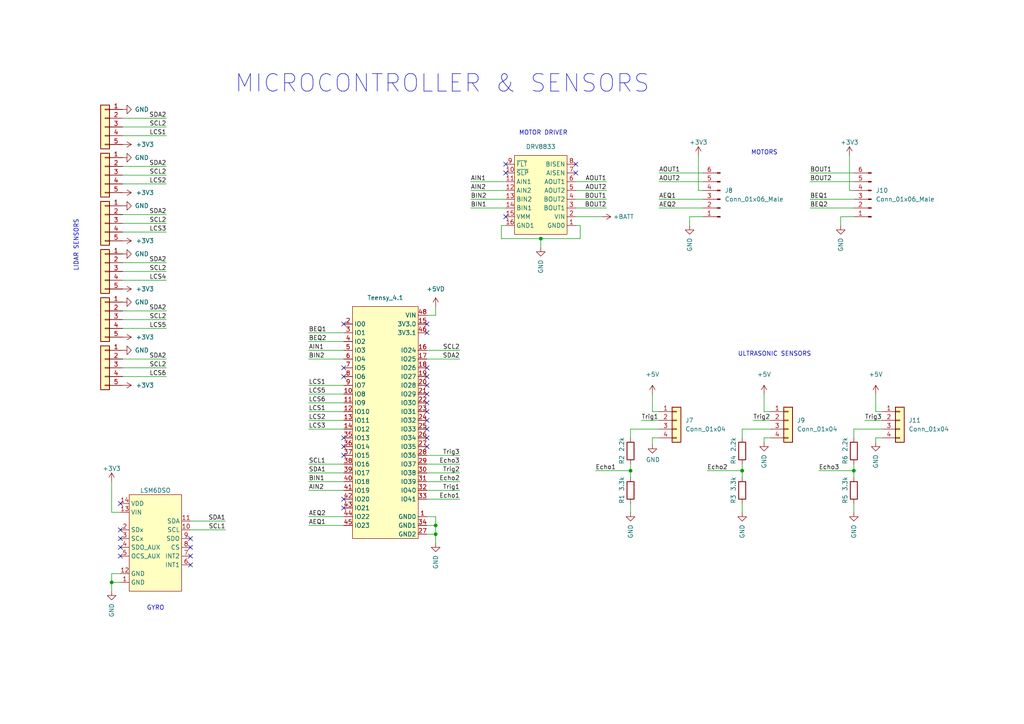
<source format=kicad_sch>
(kicad_sch (version 20211123) (generator eeschema)
  (paper "A4")
  (lib_symbols
    (symbol "Connector:Conn_01x06_Male" (pin_names (offset 1.016) hide)
      (property "Reference" "J" (at 0 7.62 0))
      (property "Value" "Conn_01x06_Male" (at 0 -10.16 0))
      (symbol "Conn_01x06_Male_1_1"
        (polyline (pts (xy 1.27 -7.62) (xy 0.8636 -7.62)) (stroke (width 0.1524)))
        (polyline (pts (xy 1.27 -5.08) (xy 0.8636 -5.08)) (stroke (width 0.1524)))
        (polyline (pts (xy 1.27 -2.54) (xy 0.8636 -2.54)) (stroke (width 0.1524)))
        (polyline (pts (xy 1.27 0) (xy 0.8636 0)) (stroke (width 0.1524)))
        (polyline (pts (xy 1.27 2.54) (xy 0.8636 2.54)) (stroke (width 0.1524)))
        (polyline (pts (xy 1.27 5.08) (xy 0.8636 5.08)) (stroke (width 0.1524)))
        (rectangle (start 0.8636 -7.493) (end 0 -7.747) (stroke (width 0.1524)) (fill (type outline)))
        (rectangle (start 0.8636 -4.953) (end 0 -5.207) (stroke (width 0.1524)) (fill (type outline)))
        (rectangle (start 0.8636 -2.413) (end 0 -2.667) (stroke (width 0.1524)) (fill (type outline)))
        (rectangle (start 0.8636 0.127) (end 0 -0.127) (stroke (width 0.1524)) (fill (type outline)))
        (rectangle (start 0.8636 2.667) (end 0 2.413) (stroke (width 0.1524)) (fill (type outline)))
        (rectangle (start 0.8636 5.207) (end 0 4.953) (stroke (width 0.1524)) (fill (type outline)))
        (pin passive line (at 5.08 5.08 180) (length 3.81) (name "Pin_1") (number "1"))
        (pin passive line (at 5.08 2.54 180) (length 3.81) (name "Pin_2") (number "2"))
        (pin passive line (at 5.08 0 180) (length 3.81) (name "Pin_3") (number "3"))
        (pin passive line (at 5.08 -2.54 180) (length 3.81) (name "Pin_4") (number "4"))
        (pin passive line (at 5.08 -5.08 180) (length 3.81) (name "Pin_5") (number "5"))
        (pin passive line (at 5.08 -7.62 180) (length 3.81) (name "Pin_6") (number "6"))
      )
    )
    (symbol "Connector_Generic:Conn_01x04" (pin_names (offset 1.016) hide)
      (property "Reference" "J" (at 0 5.08 0))
      (property "Value" "Conn_01x04" (at 0 -7.62 0))
      (symbol "Conn_01x04_1_1"
        (rectangle (start -1.27 -4.953) (end 0 -5.207) (stroke (width 0.1524)))
        (rectangle (start -1.27 -2.413) (end 0 -2.667) (stroke (width 0.1524)))
        (rectangle (start -1.27 0.127) (end 0 -0.127) (stroke (width 0.1524)))
        (rectangle (start -1.27 2.667) (end 0 2.413) (stroke (width 0.1524)))
        (rectangle (start -1.27 3.81) (end 1.27 -6.35) (stroke (width 0.254)) (fill (type background)))
        (pin passive line (at -5.08 2.54 0) (length 3.81) (name "Pin_1") (number "1"))
        (pin passive line (at -5.08 0 0) (length 3.81) (name "Pin_2") (number "2"))
        (pin passive line (at -5.08 -2.54 0) (length 3.81) (name "Pin_3") (number "3"))
        (pin passive line (at -5.08 -5.08 0) (length 3.81) (name "Pin_4") (number "4"))
      )
    )
    (symbol "Connector_Generic:Conn_01x05" (pin_names (offset 1.016) hide)
      (property "Reference" "J" (at 0 7.62 0))
      (property "Value" "Conn_01x05" (at 0 -7.62 0))
      (symbol "Conn_01x05_1_1"
        (rectangle (start -1.27 -4.953) (end 0 -5.207) (stroke (width 0.1524)))
        (rectangle (start -1.27 -2.413) (end 0 -2.667) (stroke (width 0.1524)))
        (rectangle (start -1.27 0.127) (end 0 -0.127) (stroke (width 0.1524)))
        (rectangle (start -1.27 2.667) (end 0 2.413) (stroke (width 0.1524)))
        (rectangle (start -1.27 5.207) (end 0 4.953) (stroke (width 0.1524)))
        (rectangle (start -1.27 6.35) (end 1.27 -6.35) (stroke (width 0.254)) (fill (type background)))
        (pin passive line (at -5.08 5.08 0) (length 3.81) (name "Pin_1") (number "1"))
        (pin passive line (at -5.08 2.54 0) (length 3.81) (name "Pin_2") (number "2"))
        (pin passive line (at -5.08 0 0) (length 3.81) (name "Pin_3") (number "3"))
        (pin passive line (at -5.08 -2.54 0) (length 3.81) (name "Pin_4") (number "4"))
        (pin passive line (at -5.08 -5.08 0) (length 3.81) (name "Pin_5") (number "5"))
      )
    )
    (symbol "Device:R" (pin_numbers hide) (pin_names (offset 0))
      (property "Reference" "R" (at 2.032 0 90))
      (property "Value" "R" (at 0 0 90))
      (symbol "R_0_1"
        (rectangle (start -1.016 -2.54) (end 1.016 2.54) (stroke (width 0.254)))
      )
      (symbol "R_1_1"
        (pin passive line (at 0 3.81 270) (length 1.27) (name "~") (number "1"))
        (pin passive line (at 0 -3.81 90) (length 1.27) (name "~") (number "2"))
      )
    )
    (symbol "power:+3V3" (power) (pin_names (offset 0))
      (property "Value" "+3V3" (at 0 3.556 0))
      (symbol "+3V3_0_1"
        (polyline (pts (xy -0.762 1.27) (xy 0 2.54)))
        (polyline (pts (xy 0 0) (xy 0 2.54)))
        (polyline (pts (xy 0 2.54) (xy 0.762 1.27)))
      )
      (symbol "+3V3_1_1"
        (pin power_in line (at 0 0 90) (length 0) hide (name "+3V3") (number "1"))
      )
    )
    (symbol "power:+5V" (power) (pin_names (offset 0))
      (property "Value" "+5V" (at 0 3.556 0))
      (symbol "+5V_0_1"
        (polyline (pts (xy -0.762 1.27) (xy 0 2.54)))
        (polyline (pts (xy 0 0) (xy 0 2.54)))
        (polyline (pts (xy 0 2.54) (xy 0.762 1.27)))
      )
      (symbol "+5V_1_1"
        (pin power_in line (at 0 0 90) (length 0) hide (name "+5V") (number "1"))
      )
    )
    (symbol "power:+5VD" (power) (pin_names (offset 0))
      (property "Value" "+5VD" (at 0 3.556 0))
      (symbol "+5VD_0_1"
        (polyline (pts (xy -0.762 1.27) (xy 0 2.54)))
        (polyline (pts (xy 0 0) (xy 0 2.54)))
        (polyline (pts (xy 0 2.54) (xy 0.762 1.27)))
      )
      (symbol "+5VD_1_1"
        (pin power_in line (at 0 0 90) (length 0) hide (name "+5VD") (number "1"))
      )
    )
    (symbol "power:+BATT" (power) (pin_names (offset 0))
      (property "Value" "+BATT" (at 0 3.556 0))
      (symbol "+BATT_0_1"
        (polyline (pts (xy -0.762 1.27) (xy 0 2.54)))
        (polyline (pts (xy 0 0) (xy 0 2.54)))
        (polyline (pts (xy 0 2.54) (xy 0.762 1.27)))
      )
      (symbol "+BATT_1_1"
        (pin power_in line (at 0 0 90) (length 0) hide (name "+BATT") (number "1"))
      )
    )
    (symbol "power:GND" (power) (pin_names (offset 0))
      (property "Value" "GND" (at 0 -3.81 0))
      (symbol "GND_0_1"
        (polyline (pts (xy 0 0) (xy 0 -1.27) (xy 1.27 -1.27) (xy 0 -2.54) (xy -1.27 -1.27) (xy 0 -1.27)))
      )
      (symbol "GND_1_1"
        (pin power_in line (at 0 0 270) (length 0) hide (name "GND") (number "1"))
      )
    )
    (symbol "sym_library:DRV8833"
      (property "Reference" "U?" (at 0 10.16 0))
      (property "Value" "DRV8833" (at 0 7.62 0))
      (symbol "DRV8833_0_1"
        (rectangle (start -7.62 6.35) (end 7.62 -16.51) (fill (type background)))
      )
      (symbol "DRV8833_1_1"
        (pin power_in line (at -10.16 3.81 0) (length 2.54) (name "GND0") (number "1"))
        (pin input line (at 10.16 -11.43 180) (length 2.54) (name "~{SLP}") (number "10"))
        (pin input line (at 10.16 -8.89 180) (length 2.54) (name "AIN1") (number "11"))
        (pin input line (at 10.16 -6.35 180) (length 2.54) (name "AIN2") (number "12"))
        (pin input line (at 10.16 -3.81 180) (length 2.54) (name "BIN2") (number "13"))
        (pin input line (at 10.16 -1.27 180) (length 2.54) (name "BIN1") (number "14"))
        (pin power_in line (at 10.16 1.27 180) (length 2.54) (name "VMM") (number "15"))
        (pin power_in line (at 10.16 3.81 180) (length 2.54) (name "GND1") (number "16"))
        (pin power_in line (at -10.16 1.27 0) (length 2.54) (name "VIN") (number "2"))
        (pin output line (at -10.16 -1.27 0) (length 2.54) (name "BOUT1") (number "3"))
        (pin output line (at -10.16 -3.81 0) (length 2.54) (name "BOUT2") (number "4"))
        (pin output line (at -10.16 -6.35 0) (length 2.54) (name "AOUT2") (number "5"))
        (pin output line (at -10.16 -8.89 0) (length 2.54) (name "AOUT1") (number "6"))
        (pin passive line (at -10.16 -11.43 0) (length 2.54) (name "AISEN") (number "7"))
        (pin passive line (at -10.16 -13.97 0) (length 2.54) (name "BISEN") (number "8"))
        (pin input line (at 10.16 -13.97 180) (length 2.54) (name "~{FLT}") (number "9"))
      )
    )
    (symbol "sym_library:LSM6DSO"
      (property "Reference" "U?" (at 0 12.7 0))
      (property "Value" "LSM6DSO" (at 0 10.16 0))
      (symbol "LSM6DSO_0_1"
        (rectangle (start -7.62 8.89) (end 7.62 -19.05) (fill (type background)))
      )
      (symbol "LSM6DSO_1_1"
        (pin power_in line (at -10.16 -16.51 0) (length 2.54) (name "GND") (number "1"))
        (pin open_collector line (at 10.16 -1.27 180) (length 2.54) (name "SCL") (number "10"))
        (pin open_collector line (at 10.16 1.27 180) (length 2.54) (name "SDA") (number "11"))
        (pin power_in line (at -10.16 -13.97 0) (length 2.54) (name "GND") (number "12"))
        (pin power_in line (at -10.16 3.81 0) (length 2.54) (name "VIN") (number "13"))
        (pin power_out line (at -10.16 6.35 0) (length 2.54) (name "VDD") (number "14"))
        (pin bidirectional line (at -10.16 -1.27 0) (length 2.54) (name "SDx") (number "2"))
        (pin bidirectional line (at -10.16 -3.81 0) (length 2.54) (name "SCx") (number "3"))
        (pin output line (at -10.16 -6.35 0) (length 2.54) (name "SDO_AUX") (number "4"))
        (pin input line (at -10.16 -8.89 0) (length 2.54) (name "OCS_AUX") (number "5"))
        (pin output line (at 10.16 -11.43 180) (length 2.54) (name "INT1") (number "6"))
        (pin bidirectional line (at 10.16 -8.89 180) (length 2.54) (name "INT2") (number "7"))
        (pin input line (at 10.16 -6.35 180) (length 2.54) (name "CS") (number "8"))
        (pin input line (at 10.16 -3.81 180) (length 2.54) (name "SDO") (number "9"))
      )
    )
    (symbol "sym_library:Teensy_4.1"
      (property "Reference" "U?" (at 21.59 29.21 0))
      (property "Value" "Teensy_4.1" (at 21.59 26.67 0))
      (symbol "Teensy_4.1_0_1"
        (rectangle (start 12.7 25.4) (end 31.75 -41.91) (fill (type background)))
      )
      (symbol "Teensy_4.1_1_1"
        (pin power_in line (at 34.29 -35.56 180) (length 2.54) (name "GND0") (number "1"))
        (pin bidirectional line (at 10.16 0 0) (length 2.54) (name "IO8") (number "10"))
        (pin bidirectional line (at 10.16 -2.54 0) (length 2.54) (name "IO9") (number "11"))
        (pin bidirectional line (at 10.16 -5.08 0) (length 2.54) (name "IO10") (number "12"))
        (pin bidirectional line (at 10.16 -7.62 0) (length 2.54) (name "IO11") (number "13"))
        (pin bidirectional line (at 10.16 -10.16 0) (length 2.54) (name "IO12") (number "14"))
        (pin power_in line (at 34.29 20.32 180) (length 2.54) (name "3V3.0") (number "15"))
        (pin bidirectional line (at 34.29 12.7 180) (length 2.54) (name "IO24") (number "16"))
        (pin bidirectional line (at 34.29 10.16 180) (length 2.54) (name "IO25") (number "17"))
        (pin bidirectional line (at 34.29 7.62 180) (length 2.54) (name "IO26") (number "18"))
        (pin bidirectional line (at 34.29 5.08 180) (length 2.54) (name "IO27") (number "19"))
        (pin bidirectional line (at 10.16 20.32 0) (length 2.54) (name "IO0") (number "2"))
        (pin bidirectional line (at 34.29 2.54 180) (length 2.54) (name "IO28") (number "20"))
        (pin bidirectional line (at 34.29 0 180) (length 2.54) (name "IO29") (number "21"))
        (pin bidirectional line (at 34.29 -2.54 180) (length 2.54) (name "IO30") (number "22"))
        (pin bidirectional line (at 34.29 -5.08 180) (length 2.54) (name "IO31") (number "23"))
        (pin bidirectional line (at 34.29 -7.62 180) (length 2.54) (name "IO32") (number "24"))
        (pin bidirectional line (at 34.29 -10.16 180) (length 2.54) (name "IO33") (number "25"))
        (pin bidirectional line (at 34.29 -12.7 180) (length 2.54) (name "IO34") (number "26"))
        (pin power_in line (at 34.29 -40.64 180) (length 2.54) (name "GND2") (number "27"))
        (pin bidirectional line (at 34.29 -15.24 180) (length 2.54) (name "IO35") (number "27"))
        (pin bidirectional line (at 34.29 -17.78 180) (length 2.54) (name "IO36") (number "28"))
        (pin bidirectional line (at 34.29 -20.32 180) (length 2.54) (name "IO37") (number "29"))
        (pin bidirectional line (at 10.16 17.78 0) (length 2.54) (name "IO1") (number "3"))
        (pin bidirectional line (at 34.29 -22.86 180) (length 2.54) (name "IO38") (number "30"))
        (pin bidirectional line (at 34.29 -25.4 180) (length 2.54) (name "IO39") (number "31"))
        (pin bidirectional line (at 34.29 -27.94 180) (length 2.54) (name "IO40") (number "32"))
        (pin bidirectional line (at 34.29 -30.48 180) (length 2.54) (name "IO41") (number "33"))
        (pin power_in line (at 34.29 -38.1 180) (length 2.54) (name "GND1") (number "34"))
        (pin bidirectional line (at 10.16 -12.7 0) (length 2.54) (name "IO13") (number "35"))
        (pin bidirectional line (at 10.16 -15.24 0) (length 2.54) (name "IO14") (number "36"))
        (pin bidirectional line (at 10.16 -17.78 0) (length 2.54) (name "IO15") (number "37"))
        (pin bidirectional line (at 10.16 -20.32 0) (length 2.54) (name "IO16") (number "38"))
        (pin bidirectional line (at 10.16 -22.86 0) (length 2.54) (name "IO17") (number "39"))
        (pin bidirectional line (at 10.16 15.24 0) (length 2.54) (name "IO2") (number "4"))
        (pin bidirectional line (at 10.16 -25.4 0) (length 2.54) (name "IO18") (number "40"))
        (pin bidirectional line (at 10.16 -27.94 0) (length 2.54) (name "IO19") (number "41"))
        (pin bidirectional line (at 10.16 -30.48 0) (length 2.54) (name "IO20") (number "42"))
        (pin bidirectional line (at 10.16 -33.02 0) (length 2.54) (name "IO21") (number "43"))
        (pin bidirectional line (at 10.16 -35.56 0) (length 2.54) (name "IO22") (number "44"))
        (pin bidirectional line (at 10.16 -38.1 0) (length 2.54) (name "IO23") (number "45"))
        (pin power_in line (at 34.29 17.78 180) (length 2.54) (name "3V3.1") (number "46"))
        (pin power_in line (at 34.29 22.86 180) (length 2.54) (name "VIN") (number "48"))
        (pin bidirectional line (at 10.16 12.7 0) (length 2.54) (name "IO3") (number "5"))
        (pin bidirectional line (at 10.16 10.16 0) (length 2.54) (name "IO4") (number "6"))
        (pin bidirectional line (at 10.16 7.62 0) (length 2.54) (name "IO5") (number "7"))
        (pin bidirectional line (at 10.16 5.08 0) (length 2.54) (name "IO6") (number "8"))
        (pin bidirectional line (at 10.16 2.54 0) (length 2.54) (name "IO7") (number "9"))
      )
    )
  )
  (junction (at 215.265 136.525))
  (junction (at 182.88 136.525))
  (junction (at 32.385 168.91))
  (junction (at 247.65 136.525))
  (junction (at 156.845 69.215))
  (junction (at 126.365 154.94))
  (junction (at 126.365 152.4))
  (no_connect (at 34.925 153.67))
  (no_connect (at 55.245 163.83))
  (no_connect (at 123.825 124.46))
  (no_connect (at 34.925 158.75))
  (no_connect (at 34.925 146.05))
  (no_connect (at 99.695 147.32))
  (no_connect (at 99.695 144.78))
  (no_connect (at 55.245 161.29))
  (no_connect (at 55.245 156.21))
  (no_connect (at 123.825 96.52))
  (no_connect (at 99.695 132.08))
  (no_connect (at 146.685 50.165))
  (no_connect (at 123.825 127))
  (no_connect (at 99.695 93.98))
  (no_connect (at 123.825 109.22))
  (no_connect (at 123.825 106.68))
  (no_connect (at 123.825 119.38))
  (no_connect (at 123.825 114.3))
  (no_connect (at 123.825 116.84))
  (no_connect (at 123.825 111.76))
  (no_connect (at 99.695 106.68))
  (no_connect (at 34.925 161.29))
  (no_connect (at 167.005 47.625))
  (no_connect (at 146.685 62.865))
  (no_connect (at 123.825 129.54))
  (no_connect (at 55.245 158.75))
  (no_connect (at 123.825 121.92))
  (no_connect (at 167.005 50.165))
  (no_connect (at 99.695 129.54))
  (no_connect (at 99.695 127))
  (no_connect (at 34.925 156.21))
  (no_connect (at 146.685 47.625))
  (no_connect (at 99.695 109.22))
  (no_connect (at 123.825 93.98))
  (wire (pts (xy 35.56 39.37) (xy 48.26 39.37)))
  (wire (pts (xy 250.825 121.92) (xy 255.905 121.92)))
  (wire (pts (xy 254 127) (xy 254 128.27)))
  (wire (pts (xy 221.615 114.3) (xy 221.615 119.38)))
  (wire (pts (xy 167.005 60.325) (xy 175.895 60.325)))
  (wire (pts (xy 156.845 69.215) (xy 168.275 69.215)))
  (wire (pts (xy 126.365 91.44) (xy 126.365 88.9)))
  (wire (pts (xy 243.84 62.865) (xy 243.84 65.405)))
  (wire (pts (xy 35.56 78.74) (xy 48.26 78.74)))
  (wire (pts (xy 191.135 52.705) (xy 203.835 52.705)))
  (wire (pts (xy 167.005 57.785) (xy 175.895 57.785)))
  (wire (pts (xy 247.65 62.865) (xy 243.84 62.865)))
  (wire (pts (xy 145.415 69.215) (xy 156.845 69.215)))
  (wire (pts (xy 99.695 124.46) (xy 89.535 124.46)))
  (wire (pts (xy 234.95 50.165) (xy 247.65 50.165)))
  (wire (pts (xy 99.695 119.38) (xy 89.535 119.38)))
  (wire (pts (xy 99.695 96.52) (xy 89.535 96.52)))
  (wire (pts (xy 168.275 65.405) (xy 167.005 65.405)))
  (wire (pts (xy 146.685 52.705) (xy 136.525 52.705)))
  (wire (pts (xy 32.385 168.91) (xy 32.385 171.45)))
  (wire (pts (xy 167.005 62.865) (xy 174.625 62.865)))
  (wire (pts (xy 35.56 50.8) (xy 48.26 50.8)))
  (wire (pts (xy 123.825 134.62) (xy 133.35 134.62)))
  (wire (pts (xy 35.56 67.31) (xy 48.26 67.31)))
  (wire (pts (xy 89.535 99.06) (xy 99.695 99.06)))
  (wire (pts (xy 215.265 134.62) (xy 215.265 136.525)))
  (wire (pts (xy 99.695 116.84) (xy 89.535 116.84)))
  (wire (pts (xy 234.95 57.785) (xy 247.65 57.785)))
  (wire (pts (xy 35.56 106.68) (xy 48.26 106.68)))
  (wire (pts (xy 126.365 154.94) (xy 126.365 157.48)))
  (wire (pts (xy 247.65 146.05) (xy 247.65 148.59)))
  (wire (pts (xy 254 114.3) (xy 254 119.38)))
  (wire (pts (xy 65.405 153.67) (xy 55.245 153.67)))
  (wire (pts (xy 215.265 146.05) (xy 215.265 148.59)))
  (wire (pts (xy 182.88 124.46) (xy 191.135 124.46)))
  (wire (pts (xy 35.56 76.2) (xy 48.26 76.2)))
  (wire (pts (xy 99.695 101.6) (xy 89.535 101.6)))
  (wire (pts (xy 168.275 65.405) (xy 168.275 69.215)))
  (wire (pts (xy 123.825 104.14) (xy 133.35 104.14)))
  (wire (pts (xy 89.535 137.16) (xy 99.695 137.16)))
  (wire (pts (xy 99.695 152.4) (xy 89.535 152.4)))
  (wire (pts (xy 189.23 128.905) (xy 189.23 127)))
  (wire (pts (xy 99.695 142.24) (xy 89.535 142.24)))
  (wire (pts (xy 123.825 101.6) (xy 133.35 101.6)))
  (wire (pts (xy 35.56 95.25) (xy 48.26 95.25)))
  (wire (pts (xy 146.685 55.245) (xy 136.525 55.245)))
  (wire (pts (xy 99.695 121.92) (xy 89.5463 121.92)))
  (wire (pts (xy 145.415 65.405) (xy 145.415 69.215)))
  (wire (pts (xy 189.23 127) (xy 191.135 127)))
  (wire (pts (xy 234.95 60.325) (xy 247.65 60.325)))
  (wire (pts (xy 182.88 136.525) (xy 182.88 138.43)))
  (wire (pts (xy 189.23 119.38) (xy 191.135 119.38)))
  (wire (pts (xy 246.38 45.085) (xy 246.38 55.245)))
  (wire (pts (xy 246.38 55.245) (xy 247.65 55.245)))
  (wire (pts (xy 202.565 55.245) (xy 203.835 55.245)))
  (wire (pts (xy 35.56 90.17) (xy 48.26 90.17)))
  (wire (pts (xy 126.365 152.4) (xy 126.365 149.86)))
  (wire (pts (xy 191.135 50.165) (xy 203.835 50.165)))
  (wire (pts (xy 123.825 144.78) (xy 133.35 144.78)))
  (wire (pts (xy 156.845 69.215) (xy 156.845 71.755)))
  (wire (pts (xy 35.56 62.23) (xy 48.26 62.23)))
  (wire (pts (xy 215.265 127) (xy 215.265 124.46)))
  (wire (pts (xy 202.565 45.085) (xy 202.565 55.245)))
  (wire (pts (xy 221.615 119.38) (xy 223.52 119.38)))
  (wire (pts (xy 191.135 57.785) (xy 203.835 57.785)))
  (wire (pts (xy 203.835 62.865) (xy 200.025 62.865)))
  (wire (pts (xy 182.88 146.05) (xy 182.88 148.59)))
  (wire (pts (xy 189.23 114.3) (xy 189.23 119.38)))
  (wire (pts (xy 146.685 60.325) (xy 136.525 60.325)))
  (wire (pts (xy 32.385 166.37) (xy 34.925 166.37)))
  (wire (pts (xy 247.65 124.46) (xy 255.905 124.46)))
  (wire (pts (xy 34.925 168.91) (xy 32.385 168.91)))
  (wire (pts (xy 145.415 65.405) (xy 146.685 65.405)))
  (wire (pts (xy 89.535 134.62) (xy 99.695 134.62)))
  (wire (pts (xy 35.56 53.34) (xy 48.26 53.34)))
  (wire (pts (xy 123.825 91.44) (xy 126.365 91.44)))
  (wire (pts (xy 221.615 127) (xy 221.615 128.27)))
  (wire (pts (xy 123.825 142.24) (xy 133.35 142.24)))
  (wire (pts (xy 35.56 109.22) (xy 48.26 109.22)))
  (wire (pts (xy 247.65 127) (xy 247.65 124.46)))
  (wire (pts (xy 99.695 114.3) (xy 89.5463 114.3)))
  (wire (pts (xy 247.65 136.525) (xy 247.65 138.43)))
  (wire (pts (xy 123.825 139.7) (xy 133.35 139.7)))
  (wire (pts (xy 172.72 136.525) (xy 182.88 136.525)))
  (wire (pts (xy 99.695 111.76) (xy 89.535 111.76)))
  (wire (pts (xy 237.49 136.525) (xy 247.65 136.525)))
  (wire (pts (xy 182.88 134.62) (xy 182.88 136.525)))
  (wire (pts (xy 32.385 166.37) (xy 32.385 168.91)))
  (wire (pts (xy 123.825 149.86) (xy 126.365 149.86)))
  (wire (pts (xy 65.405 151.13) (xy 55.245 151.13)))
  (wire (pts (xy 255.905 127) (xy 254 127)))
  (wire (pts (xy 123.825 132.08) (xy 133.35 132.08)))
  (wire (pts (xy 35.56 34.29) (xy 48.26 34.29)))
  (wire (pts (xy 215.265 124.46) (xy 223.52 124.46)))
  (wire (pts (xy 32.385 148.59) (xy 34.925 148.59)))
  (wire (pts (xy 234.95 52.705) (xy 247.65 52.705)))
  (wire (pts (xy 35.56 36.83) (xy 48.26 36.83)))
  (wire (pts (xy 186.055 121.92) (xy 191.135 121.92)))
  (wire (pts (xy 223.52 127) (xy 221.615 127)))
  (wire (pts (xy 35.56 81.28) (xy 48.26 81.28)))
  (wire (pts (xy 35.56 48.26) (xy 48.26 48.26)))
  (wire (pts (xy 182.88 127) (xy 182.88 124.46)))
  (wire (pts (xy 123.825 154.94) (xy 126.365 154.94)))
  (wire (pts (xy 247.65 134.62) (xy 247.65 136.525)))
  (wire (pts (xy 35.56 64.77) (xy 48.26 64.77)))
  (wire (pts (xy 99.695 149.86) (xy 89.535 149.86)))
  (wire (pts (xy 167.005 55.245) (xy 175.895 55.245)))
  (wire (pts (xy 218.44 121.92) (xy 223.52 121.92)))
  (wire (pts (xy 126.365 152.4) (xy 126.365 154.94)))
  (wire (pts (xy 167.005 52.705) (xy 175.895 52.705)))
  (wire (pts (xy 123.825 137.16) (xy 133.35 137.16)))
  (wire (pts (xy 123.825 152.4) (xy 126.365 152.4)))
  (wire (pts (xy 35.56 104.14) (xy 48.26 104.14)))
  (wire (pts (xy 35.56 92.71) (xy 48.26 92.71)))
  (wire (pts (xy 205.105 136.525) (xy 215.265 136.525)))
  (wire (pts (xy 200.025 62.865) (xy 200.025 65.405)))
  (wire (pts (xy 191.135 60.325) (xy 203.835 60.325)))
  (wire (pts (xy 32.385 139.7) (xy 32.385 148.59)))
  (wire (pts (xy 254 119.38) (xy 255.905 119.38)))
  (wire (pts (xy 215.265 136.525) (xy 215.265 138.43)))
  (wire (pts (xy 99.695 139.7) (xy 89.535 139.7)))
  (wire (pts (xy 99.695 104.14) (xy 89.535 104.14)))
  (wire (pts (xy 146.685 57.785) (xy 136.525 57.785)))
  (text "MOTOR DRIVER" (at 150.495 39.37 0) (effects (font (size 1.27 1.27)) (justify left bottom)))
  (text "LIDAR SENSORS" (at 22.86 78.74 90) (effects (font (size 1.27 1.27)) (justify left bottom)))
  (text "MOTORS" (at 217.805 45.085 0) (effects (font (size 1.27 1.27)) (justify left bottom)))
  (text "MICROCONTROLLER & SENSORS" (at 67.945 27.305 0) (effects (font (size 5.08 5.08)) (justify left bottom)))
  (text "GYRO" (at 42.545 177.165 0) (effects (font (size 1.27 1.27)) (justify left bottom)))
  (text "ULTRASONIC SENSORS" (at 213.995 103.505 0) (effects (font (size 1.27 1.27)) (justify left bottom)))
  (label "AEQ1" (at 191.135 57.785 0))
  (label "SCL1" (at 89.535 134.62 0))
  (label "LCS1" (at 48.26 39.37 180))
  (label "AIN1" (at 89.535 101.6 0))
  (label "LCS5" (at 48.26 95.25 180))
  (label "BIN1" (at 89.535 139.7 0))
  (label "SCL2" (at 133.35 101.6 180))
  (label "SCL2" (at 48.26 78.74 180))
  (label "BEQ1" (at 89.535 96.52 0))
  (label "SCL2" (at 48.26 106.68 180))
  (label "BOUT1" (at 234.95 50.165 0))
  (label "BEQ1" (at 234.95 57.785 0))
  (label "SDA2" (at 48.26 62.23 180))
  (label "SDA2" (at 48.26 76.2 180))
  (label "Echo3" (at 133.35 134.62 180))
  (label "Trig3" (at 250.825 121.92 0))
  (label "SCL2" (at 48.26 64.77 180))
  (label "SDA2" (at 48.26 90.17 180))
  (label "SCL2" (at 48.26 50.8 180))
  (label "AEQ2" (at 89.535 149.86 0))
  (label "SDA1" (at 65.405 151.13 180))
  (label "LCS2" (at 89.5463 121.92 0))
  (label "AOUT1" (at 175.895 52.705 180))
  (label "Echo1" (at 133.35 144.78 180))
  (label "SDA2" (at 48.26 34.29 180))
  (label "BIN2" (at 89.535 104.14 0))
  (label "SDA2" (at 48.26 104.14 180))
  (label "LCS4" (at 48.26 81.28 180))
  (label "BOUT1" (at 175.895 57.785 180))
  (label "AIN1" (at 136.525 52.705 0))
  (label "LCS5" (at 89.5463 114.3 0))
  (label "BIN1" (at 136.525 60.325 0))
  (label "LCS6" (at 48.26 109.22 180))
  (label "LCS2" (at 48.26 53.34 180))
  (label "Echo2" (at 205.105 136.525 0))
  (label "LCS3" (at 48.26 67.31 180))
  (label "LCS1" (at 89.535 119.38 0))
  (label "Trig2" (at 218.44 121.92 0))
  (label "AIN2" (at 136.525 55.245 0))
  (label "SDA2" (at 48.26 48.26 180))
  (label "BIN2" (at 136.525 57.785 0))
  (label "BOUT2" (at 234.95 52.705 0))
  (label "BEQ2" (at 89.535 99.06 0))
  (label "LCS1" (at 89.535 111.76 0))
  (label "Trig1" (at 133.35 142.24 180))
  (label "AEQ1" (at 89.535 152.4 0))
  (label "SCL1" (at 65.405 153.67 180))
  (label "Echo3" (at 237.49 136.525 0))
  (label "AOUT2" (at 191.135 52.705 0))
  (label "AEQ2" (at 191.135 60.325 0))
  (label "Echo1" (at 172.72 136.525 0))
  (label "AOUT2" (at 175.895 55.245 180))
  (label "BOUT2" (at 175.895 60.325 180))
  (label "SCL2" (at 48.26 36.83 180))
  (label "SDA1" (at 89.535 137.16 0))
  (label "LCS6" (at 89.535 116.84 0))
  (label "SCL2" (at 48.26 92.71 180))
  (label "BEQ2" (at 234.95 60.325 0))
  (label "Trig3" (at 133.35 132.08 180))
  (label "Trig1" (at 186.055 121.92 0))
  (label "AOUT1" (at 191.135 50.165 0))
  (label "Echo2" (at 133.35 139.7 180))
  (label "Trig2" (at 133.35 137.16 180))
  (label "AIN2" (at 89.535 142.24 0))
  (label "SDA2" (at 133.35 104.14 180))
  (label "LCS3" (at 89.535 124.46 0))
  (symbol (lib_id "Connector_Generic:Conn_01x05") (at 30.48 50.8 0) (mirror y) (unit 1)
    (property "Reference" "J2" (effects hide))
    (property "Value" "Conn_01x05" (effects hide))
    (property "Footprint" "Connector_JST:JST_XH_B5B-XH-A_1x05_P2.50mm_Vertical" (effects hide))
  )
  (symbol (lib_id "power:GND") (at 35.56 31.75 90) (unit 1)
    (property "Reference" "#PWR03" (effects hide))
    (property "Value" "GND" (at 43.18 31.75 90) (effects (justify left)))
  )
  (symbol (lib_id "power:GND") (at 35.56 45.72 90) (unit 1)
    (property "Reference" "#PWR05" (effects hide))
    (property "Value" "GND" (at 43.18 45.72 90) (effects (justify left)))
  )
  (symbol (lib_id "Connector_Generic:Conn_01x05") (at 30.48 64.77 0) (mirror y) (unit 1)
    (property "Reference" "J3" (effects hide))
    (property "Value" "Conn_01x05" (effects hide))
    (property "Footprint" "Connector_JST:JST_XH_B5B-XH-A_1x05_P2.50mm_Vertical" (effects hide))
  )
  (symbol (lib_id "Connector_Generic:Conn_01x05") (at 30.48 78.74 0) (mirror y) (unit 1)
    (property "Reference" "J4" (effects hide))
    (property "Value" "Conn_01x05" (effects hide))
    (property "Footprint" "Connector_JST:JST_XH_B5B-XH-A_1x05_P2.50mm_Vertical" (effects hide))
  )
  (symbol (lib_id "power:GND") (at 182.88 148.59 0) (unit 1)
    (property "Reference" "#PWR019" (effects hide))
    (property "Value" "GND" (at 182.88 156.21 90) (effects (justify left)))
  )
  (symbol (lib_id "Device:R") (at 182.88 142.24 0) (mirror x) (unit 1)
    (property "Reference" "R1" (at 180.34 144.78 90))
    (property "Value" "3.3k" (at 180.34 140.335 90))
    (property "Footprint" "Resistor_SMD:R_0603_1608Metric_Pad0.98x0.95mm_HandSolder" (effects hide))
  )
  (symbol (lib_id "Device:R") (at 215.265 142.24 0) (mirror x) (unit 1)
    (property "Reference" "R3" (at 212.725 144.78 90))
    (property "Value" "3.3k" (at 212.725 140.335 90))
    (property "Footprint" "Resistor_SMD:R_0603_1608Metric_Pad0.98x0.95mm_HandSolder" (effects hide))
  )
  (symbol (lib_id "power:GND") (at 243.84 65.405 0) (unit 1)
    (property "Reference" "#PWR027" (effects hide))
    (property "Value" "GND" (at 243.84 73.025 90) (effects (justify left)))
  )
  (symbol (lib_id "power:GND") (at 221.615 128.27 0) (unit 1)
    (property "Reference" "#PWR026" (effects hide))
    (property "Value" "GND" (at 221.615 135.89 90) (effects (justify left)))
  )
  (symbol (lib_id "power:GND") (at 200.025 65.405 0) (unit 1)
    (property "Reference" "#PWR022" (effects hide))
    (property "Value" "GND" (at 200.025 73.025 90) (effects (justify left)))
  )
  (symbol (lib_id "power:+3V3") (at 246.38 45.085 0) (unit 1)
    (property "Reference" "#PWR028" (effects hide))
    (property "Value" "+3V3" (at 246.38 41.275 0))
  )
  (symbol (lib_id "Connector_Generic:Conn_01x05") (at 30.48 36.83 0) (mirror y) (unit 1)
    (property "Reference" "J1" (effects hide))
    (property "Value" "Conn_01x05" (effects hide))
    (property "Footprint" "Connector_JST:JST_XH_B5B-XH-A_1x05_P2.50mm_Vertical" (effects hide))
  )
  (symbol (lib_id "Connector_Generic:Conn_01x05") (at 30.48 92.71 0) (mirror y) (unit 1)
    (property "Reference" "J5" (effects hide))
    (property "Value" "Conn_01x05" (effects hide))
    (property "Footprint" "Connector_JST:JST_XH_B5B-XH-A_1x05_P2.50mm_Vertical" (effects hide))
  )
  (symbol (lib_id "power:+3V3") (at 35.56 83.82 270) (unit 1)
    (property "Reference" "#PWR010" (effects hide))
    (property "Value" "+3V3" (at 39.37 83.8199 90) (effects (justify left)))
  )
  (symbol (lib_id "power:+3V3") (at 35.56 111.76 270) (unit 1)
    (property "Reference" "#PWR014" (effects hide))
    (property "Value" "+3V3" (at 39.37 111.7599 90) (effects (justify left)))
  )
  (symbol (lib_id "sym_library:LSM6DSO") (at 45.085 152.4 0) (unit 1)
    (property "Reference" "U1" (effects hide))
    (property "Value" "LSM6DSO" (at 45.085 142.24 0))
    (property "Footprint" "custom_footprints:SENS_LSM6DSO_Pololu_2798" (effects hide))
  )
  (symbol (lib_id "power:GND") (at 32.385 171.45 0) (unit 1)
    (property "Reference" "#PWR02" (effects hide))
    (property "Value" "GND" (at 32.385 179.07 90) (effects (justify left)))
  )
  (symbol (lib_id "power:GND") (at 35.56 73.66 90) (unit 1)
    (property "Reference" "#PWR09" (effects hide))
    (property "Value" "GND" (at 43.18 73.66 90) (effects (justify left)))
  )
  (symbol (lib_id "power:+5VD") (at 126.365 88.9 0) (unit 1)
    (property "Reference" "#PWR015" (effects hide))
    (property "Value" "+5VD" (at 126.365 83.82 0))
  )
  (symbol (lib_id "sym_library:DRV8833") (at 156.845 61.595 180) (unit 1)
    (property "Reference" "U3" (effects hide))
    (property "Value" "DRV8833" (at 156.845 42.545 0))
    (property "Footprint" "custom_footprints:DRV_DRV8833_Pololu_2130" (effects hide))
  )
  (symbol (lib_id "power:GND") (at 35.56 101.6 90) (unit 1)
    (property "Reference" "#PWR013" (effects hide))
    (property "Value" "GND" (at 43.18 101.6 90) (effects (justify left)))
  )
  (symbol (lib_id "sym_library:Teensy_4.1") (at 89.535 114.3 0) (unit 1)
    (property "Reference" "U2" (effects hide))
    (property "Value" "Teensy_4.1" (at 111.76 86.36 0))
    (property "Footprint" "custom_footprints:MCU_TEENSY41_PJRC" (effects hide))
  )
  (symbol (lib_id "power:GND") (at 215.265 148.59 0) (unit 1)
    (property "Reference" "#PWR024" (effects hide))
    (property "Value" "GND" (at 215.265 156.21 90) (effects (justify left)))
  )
  (symbol (lib_id "power:+5V") (at 221.615 114.3 0) (unit 1)
    (property "Reference" "#PWR025" (effects hide))
    (property "Value" "+5V" (at 221.615 108.585 0))
  )
  (symbol (lib_id "power:GND") (at 189.23 128.905 0) (unit 1)
    (property "Reference" "#PWR021" (effects hide))
    (property "Value" "GND" (at 187.325 133.35 0) (effects (justify left)))
  )
  (symbol (lib_id "power:GND") (at 35.56 59.69 90) (unit 1)
    (property "Reference" "#PWR07" (effects hide))
    (property "Value" "GND" (at 43.18 59.69 90) (effects (justify left)))
  )
  (symbol (lib_id "Device:R") (at 247.65 142.24 0) (mirror x) (unit 1)
    (property "Reference" "R5" (at 245.11 144.78 90))
    (property "Value" "3.3k" (at 245.11 140.335 90))
    (property "Footprint" "Resistor_SMD:R_0603_1608Metric_Pad0.98x0.95mm_HandSolder" (effects hide))
  )
  (symbol (lib_id "power:+3V3") (at 35.56 41.91 270) (unit 1)
    (property "Reference" "#PWR04" (effects hide))
    (property "Value" "+3V3" (at 39.37 41.9099 90) (effects (justify left)))
  )
  (symbol (lib_id "power:GND") (at 247.65 148.59 0) (unit 1)
    (property "Reference" "#PWR029" (effects hide))
    (property "Value" "GND" (at 247.65 156.21 90) (effects (justify left)))
  )
  (symbol (lib_id "power:GND") (at 35.56 87.63 90) (unit 1)
    (property "Reference" "#PWR011" (effects hide))
    (property "Value" "GND" (at 43.18 87.63 90) (effects (justify left)))
  )
  (symbol (lib_id "power:+3V3") (at 35.56 97.79 270) (unit 1)
    (property "Reference" "#PWR012" (effects hide))
    (property "Value" "+3V3" (at 39.37 97.7899 90) (effects (justify left)))
  )
  (symbol (lib_id "Connector:Conn_01x06_Male") (at 208.915 57.785 180) (unit 1)
    (property "Reference" "J8" (at 210.185 55.2449 0) (effects (justify right)))
    (property "Value" "Conn_01x06_Male" (at 210.185 57.7849 0) (effects (justify right)))
    (property "Footprint" "Connector_JST:JST_XH_B6B-XH-A_1x06_P2.50mm_Vertical" (effects hide))
  )
  (symbol (lib_id "power:+5V") (at 189.23 114.3 0) (unit 1)
    (property "Reference" "#PWR020" (effects hide))
    (property "Value" "+5V" (at 189.23 108.585 0))
  )
  (symbol (lib_id "power:+3V3") (at 35.56 55.88 270) (unit 1)
    (property "Reference" "#PWR06" (effects hide))
    (property "Value" "+3V3" (at 39.37 55.8799 90) (effects (justify left)))
  )
  (symbol (lib_id "power:GND") (at 126.365 157.48 0) (unit 1)
    (property "Reference" "#PWR016" (effects hide))
    (property "Value" "GND" (at 126.365 165.1 90) (effects (justify left)))
  )
  (symbol (lib_id "Connector_Generic:Conn_01x04") (at 196.215 121.92 0) (unit 1)
    (property "Reference" "J7" (at 198.755 121.9199 0) (effects (justify left)))
    (property "Value" "Conn_01x04" (at 198.755 124.4599 0) (effects (justify left)))
    (property "Footprint" "Connector_JST:JST_XH_B4B-XH-A_1x04_P2.50mm_Vertical" (effects hide))
  )
  (symbol (lib_id "Connector_Generic:Conn_01x05") (at 30.48 106.68 0) (mirror y) (unit 1)
    (property "Reference" "J6" (effects hide))
    (property "Value" "Conn_01x05" (effects hide))
    (property "Footprint" "Connector_JST:JST_XH_B5B-XH-A_1x05_P2.50mm_Vertical" (effects hide))
  )
  (symbol (lib_id "power:+5V") (at 254 114.3 0) (unit 1)
    (property "Reference" "#PWR030" (effects hide))
    (property "Value" "+5V" (at 254 108.585 0))
  )
  (symbol (lib_id "power:GND") (at 156.845 71.755 0) (unit 1)
    (property "Reference" "#PWR017" (effects hide))
    (property "Value" "GND" (at 156.845 79.375 90) (effects (justify left)))
  )
  (symbol (lib_id "Device:R") (at 247.65 130.81 0) (mirror x) (unit 1)
    (property "Reference" "R6" (at 245.11 133.35 90))
    (property "Value" "2.2k" (at 245.11 128.905 90))
    (property "Footprint" "Resistor_SMD:R_0603_1608Metric_Pad0.98x0.95mm_HandSolder" (effects hide))
  )
  (symbol (lib_id "Connector_Generic:Conn_01x04") (at 260.985 121.92 0) (unit 1)
    (property "Reference" "J11" (at 263.525 121.9199 0) (effects (justify left)))
    (property "Value" "Conn_01x04" (at 263.525 124.4599 0) (effects (justify left)))
    (property "Footprint" "Connector_JST:JST_XH_B4B-XH-A_1x04_P2.50mm_Vertical" (effects hide))
  )
  (symbol (lib_id "Connector:Conn_01x06_Male") (at 252.73 57.785 180) (unit 1)
    (property "Reference" "J10" (at 254 55.2449 0) (effects (justify right)))
    (property "Value" "Conn_01x06_Male" (at 254 57.7849 0) (effects (justify right)))
    (property "Footprint" "Connector_JST:JST_XH_B6B-XH-A_1x06_P2.50mm_Vertical" (effects hide))
  )
  (symbol (lib_id "power:+3V3") (at 35.56 69.85 270) (unit 1)
    (property "Reference" "#PWR08" (effects hide))
    (property "Value" "+3V3" (at 39.37 69.8499 90) (effects (justify left)))
  )
  (symbol (lib_id "Connector_Generic:Conn_01x04") (at 228.6 121.92 0) (unit 1)
    (property "Reference" "J9" (at 231.14 121.9199 0) (effects (justify left)))
    (property "Value" "Conn_01x04" (at 231.14 124.4599 0) (effects (justify left)))
    (property "Footprint" "Connector_JST:JST_XH_B4B-XH-A_1x04_P2.50mm_Vertical" (effects hide))
  )
  (symbol (lib_id "Device:R") (at 215.265 130.81 0) (mirror x) (unit 1)
    (property "Reference" "R4" (at 212.725 133.35 90))
    (property "Value" "2.2k" (at 212.725 128.905 90))
    (property "Footprint" "Resistor_SMD:R_0603_1608Metric_Pad0.98x0.95mm_HandSolder" (effects hide))
  )
  (symbol (lib_id "power:+3V3") (at 32.385 139.7 0) (unit 1)
    (property "Reference" "#PWR01" (effects hide))
    (property "Value" "+3V3" (at 32.385 135.89 0))
  )
  (symbol (lib_id "power:+3V3") (at 202.565 45.085 0) (unit 1)
    (property "Reference" "#PWR023" (effects hide))
    (property "Value" "+3V3" (at 202.565 41.275 0))
  )
  (symbol (lib_id "power:GND") (at 254 128.27 0) (unit 1)
    (property "Reference" "#PWR031" (effects hide))
    (property "Value" "GND" (at 254 135.89 90) (effects (justify left)))
  )
  (symbol (lib_id "power:+BATT") (at 174.625 62.865 270) (unit 1)
    (property "Reference" "#PWR018" (effects hide))
    (property "Value" "+BATT" (at 177.8 62.8649 90) (effects (justify left)))
  )
  (symbol (lib_id "Device:R") (at 182.88 130.81 0) (mirror x) (unit 1)
    (property "Reference" "R2" (at 180.34 133.35 90))
    (property "Value" "2.2k" (at 180.34 128.905 90))
    (property "Footprint" "Resistor_SMD:R_0603_1608Metric_Pad0.98x0.95mm_HandSolder" (effects hide))
  )
)
</source>
